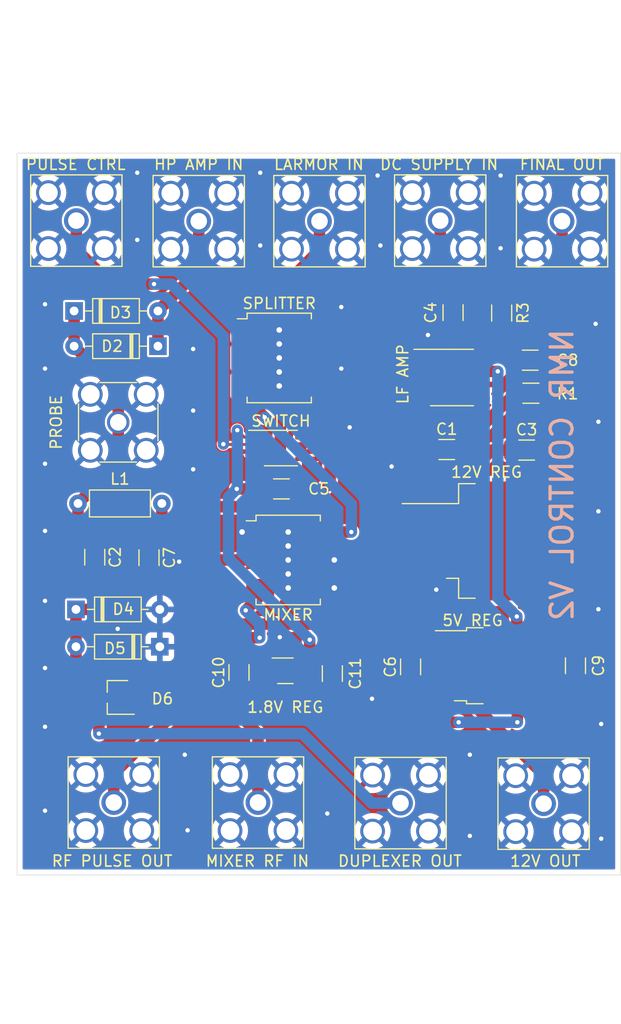
<source format=kicad_pcb>
(kicad_pcb (version 20211014) (generator pcbnew)
  (layers (0 "F.Cu" signal) (31 "B.Cu" signal) (34 "B.Paste" user) (35 "F.Paste" user) (36 "B.SilkS" user "B.Silkscreen") (37 "F.SilkS" user "F.Silkscreen") (38 "B.Mask" user) (39 "F.Mask" user) (44 "Edge.Cuts" user))
  (net 0 "")
  (net 1 "Net-(C1-Pad1)")
  (net 2 "GND")
  (net 3 "Net-(C2-Pad1)")
  (net 4 "Net-(C3-Pad1)")
  (net 5 "Net-(C4-Pad1)")
  (net 6 "Net-(C4-Pad2)")
  (net 7 "Net-(C11-Pad1)")
  (net 8 "Net-(C7-Pad1)")
  (net 9 "Net-(C8-Pad2)")
  (net 10 "Net-(C10-Pad1)")
  (net 11 "Net-(D2-Pad1)")
  (net 12 "Net-(J1-Pad1)")
  (net 13 "Net-(J2-Pad1)")
  (net 14 "Net-(J3-Pad1)")
  (net 15 "Net-(J6-Pad1)")
  (net 16 "Net-(R1-Pad1)")
  (net 18 "Net-(U1-Pad3)")
  (net 19 "Net-(U1-Pad4)")
  (footprint "RF_Mini-Circuits:Mini-Circuits_CD542_LandPatternPL-052" (layer "F.Cu") (at 118.618 103.4804)
    (fp_text reference "MIXER" (at 0 4.9776 180) (layer "F.SilkS"))
    (fp_text value "ADE-6")
    (pad "1" thru_hole circle (at 0 -2.54) (size 1.016 1.016) (drill 0.508) (layers *.Cu) (net 2 "GND"))
    (pad "1" thru_hole circle (at -4.191 -2.54) (size 1.016 1.016) (drill 0.508) (layers *.Cu) (net 2 "GND"))
    (pad "1" smd rect (at 0 0) (size 1.27 6.731) (layers "F.Cu") (net 2 "GND"))
    (pad "1" smd rect (at -2.032 -2.54) (size 5.334 1.651) (layers "F.Cu") (net 2 "GND"))
    (pad "1" smd rect (at -2.54 -2.54) (size 2.54 1.651) (layers "F.Cu" "F.Paste" "F.Mask") (net 2 "GND"))
    (pad "1" thru_hole circle (at 0 2.54) (size 1.016 1.016) (drill 0.508) (layers *.Cu) (net 2 "GND"))
    (pad "1" thru_hole circle (at 0 1.27) (size 1.016 1.016) (drill 0.508) (layers *.Cu) (net 2 "GND"))
    (pad "1" thru_hole circle (at 0 -1.27) (size 1.016 1.016) (drill 0.508) (layers *.Cu) (net 2 "GND"))
    (pad "1" thru_hole circle (at 0 0) (size 1.016 1.016) (drill 0.508) (layers *.Cu) (net 2 "GND"))
    (pad "2" smd rect (at -2.54 0) (size 2.54 1.651) (layers "F.Cu" "F.Paste" "F.Mask") (net 5 "Net-(C4-Pad1)") (clearance 0.635))
    (pad "3" smd rect (at -2.54 2.54) (size 2.54 1.651) (layers "F.Cu" "F.Paste" "F.Mask") (net 14 "Net-(J3-Pad1)") (clearance 0.635))
    (pad "4" thru_hole circle (at 4.191 2.54) (size 1.016 1.016) (drill 0.508) (layers *.Cu) (net 2 "GND"))
    (pad "4" smd rect (at 2.032 1.27) (size 5.334 4.191) (layers "F.Cu") (net 2 "GND"))
    (pad "4" smd rect (at 2.54 2.54) (size 2.54 1.651) (layers "F.Cu" "F.Paste" "F.Mask") (net 2 "GND"))
    (pad "5" smd rect (at 2.54 0) (size 2.54 1.651) (layers "F.Cu" "F.Paste" "F.Mask") (net 2 "GND"))
    (pad "5" thru_hole circle (at 4.191 0) (size 1.016 1.016) (drill 0.508) (layers *.Cu) (net 2 "GND"))
    (pad "6" smd rect (at 2.54 -2.54) (size 2.54 1.651) (layers "F.Cu" "F.Paste" "F.Mask") (net 18 "Net-(U1-Pad3)") (clearance 0.635))
  )
  (footprint "Connector_Coaxial:SMA_Amphenol_132203-12_Horizontal" (layer "F.Cu") (at 121.4628 72.7232)
    (fp_text reference "LARMOR IN" (at -0.0508 -5.1592 180) (layer "F.SilkS"))
    (fp_text value "Conn_Coaxial")
    (pad "1" thru_hole circle (at 0 0) (size 2.25 2.25) (drill 1.5) (layers *.Cu *.Mask) (net 12 "Net-(J1-Pad1)"))
    (pad "2" thru_hole circle (at -2.54 -2.54) (size 2.25 2.25) (drill 1.7) (layers *.Cu *.Mask) (net 2 "GND"))
    (pad "2" thru_hole circle (at -2.54 2.54) (size 2.25 2.25) (drill 1.7) (layers *.Cu *.Mask) (net 2 "GND"))
    (pad "2" thru_hole circle (at 2.54 2.54 90) (size 2.25 2.25) (drill 1.7) (layers *.Cu *.Mask) (net 2 "GND"))
    (pad "2" thru_hole circle (at 2.54 -2.54) (size 2.25 2.25) (drill 1.7) (layers *.Cu *.Mask) (net 2 "GND"))
  )
  (footprint "Diode_THT:D_DO-35_SOD27_P7.62mm_Horizontal" (layer "F.Cu") (at 106.7816 84.074 180)
    (fp_text reference "D2" (at 4.1656 0) (layer "F.SilkS"))
    (fp_text value "1N4148")
    (pad "1" thru_hole rect (at 0 0 180) (size 1.6 1.6) (drill 0.8) (layers *.Cu *.Mask) (net 11 "Net-(D2-Pad1)"))
    (pad "2" thru_hole oval (at 7.62 0 180) (size 1.6 1.6) (drill 0.8) (layers *.Cu *.Mask) (net 3 "Net-(C2-Pad1)"))
  )
  (footprint "Capacitor_SMD:C_1206_3216Metric" (layer "F.Cu") (at 118.0066 97.028 180)
    (fp_text reference "C5" (at -3.4054 0) (layer "F.SilkS"))
    (fp_text value "0.1 uF")
    (pad "1" smd roundrect (at -1.475 0 180) (size 1.15 1.8) (layers "F.Cu" "F.Paste" "F.Mask") (roundrect_rratio 0.2173913043) (net 2 "GND"))
    (pad "2" smd roundrect (at 1.475 0 180) (size 1.15 1.8) (layers "F.Cu" "F.Paste" "F.Mask") (roundrect_rratio 0.2173913043) (net 7 "Net-(C11-Pad1)"))
  )
  (footprint "Connector_Coaxial:SMA_Amphenol_132203-12_Horizontal" (layer "F.Cu") (at 102.7684 125.4984 180)
    (fp_text reference "RF PULSE OUT" (at 0.1524 -5.3116 180) (layer "F.SilkS"))
    (fp_text value "Conn_Coaxial")
    (pad "1" thru_hole circle (at 0 0 180) (size 2.25 2.25) (drill 1.5) (layers *.Cu *.Mask) (net 15 "Net-(J6-Pad1)"))
    (pad "2" thru_hole circle (at -2.54 2.54 180) (size 2.25 2.25) (drill 1.7) (layers *.Cu *.Mask) (net 2 "GND"))
    (pad "2" thru_hole circle (at 2.54 -2.54 180) (size 2.25 2.25) (drill 1.7) (layers *.Cu *.Mask) (net 2 "GND"))
    (pad "2" thru_hole circle (at -2.54 -2.54 180) (size 2.25 2.25) (drill 1.7) (layers *.Cu *.Mask) (net 2 "GND"))
    (pad "2" thru_hole circle (at 2.54 2.54 270) (size 2.25 2.25) (drill 1.7) (layers *.Cu *.Mask) (net 2 "GND"))
  )
  (footprint "Connector_Coaxial:SMA_Amphenol_132291-12_Vertical" (layer "F.Cu") (at 103.1748 90.9836)
    (fp_text reference "PROBE" (at -5.6388 0 90) (layer "F.SilkS"))
    (fp_text value "Conn_Coaxial")
    (pad "1" thru_hole circle (at 0 0) (size 2.05 2.05) (drill 1.5) (layers *.Cu *.Mask) (net 3 "Net-(C2-Pad1)"))
    (pad "2" thru_hole circle (at 2.54 -2.54) (size 2.25 2.25) (drill 1.7) (layers *.Cu *.Mask) (net 2 "GND"))
    (pad "2" thru_hole circle (at -2.54 -2.54) (size 2.25 2.25) (drill 1.7) (layers *.Cu *.Mask) (net 2 "GND"))
    (pad "2" thru_hole circle (at 2.54 2.54) (size 2.25 2.25) (drill 1.7) (layers *.Cu *.Mask) (net 2 "GND"))
    (pad "2" thru_hole circle (at -2.54 2.54) (size 2.25 2.25) (drill 1.7) (layers *.Cu *.Mask) (net 2 "GND"))
  )
  (footprint "Package_SO:SOIC-8_3.9x4.9mm_P1.27mm" (layer "F.Cu") (at 133.5024 86.917)
    (fp_text reference "LF AMP" (at -4.4704 -0.303 90) (layer "F.SilkS"))
    (fp_text value "MAX4462 (8-SOIC)")
    (pad "1" smd roundrect (at -2.475 -1.905) (size 1.95 0.6) (layers "F.Cu" "F.Paste" "F.Mask") (net 16 "Net-(R1-Pad1)"))
    (pad "2" smd roundrect (at -2.475 -0.635) (size 1.95 0.6) (layers "F.Cu" "F.Paste" "F.Mask") (net 2 "GND"))
    (pad "3" smd roundrect (at -2.475 0.635) (size 1.95 0.6) (layers "F.Cu" "F.Paste" "F.Mask") (net 6 "Net-(C4-Pad2)"))
    (pad "4" smd roundrect (at -2.475 1.905) (size 1.95 0.6) (layers "F.Cu" "F.Paste" "F.Mask"))
    (pad "5" smd roundrect (at 2.475 1.905) (size 1.95 0.6) (layers "F.Cu" "F.Paste" "F.Mask"))
    (pad "6" smd roundrect (at 2.475 0.635) (size 1.95 0.6) (layers "F.Cu" "F.Paste" "F.Mask") (net 2 "GND"))
    (pad "7" smd roundrect (at 2.475 -0.635) (size 1.95 0.6) (layers "F.Cu" "F.Paste" "F.Mask") (net 10 "Net-(C10-Pad1)"))
    (pad "8" smd roundrect (at 2.475 -1.905) (size 1.95 0.6) (layers "F.Cu" "F.Paste" "F.Mask") (net 2 "GND"))
  )
  (footprint "Diode_THT:D_DO-35_SOD27_P7.62mm_Horizontal" (layer "F.Cu") (at 99.1616 80.8744)
    (fp_text reference "D3" (at 4.2164 0.1516) (layer "F.SilkS"))
    (fp_text value "1N4148")
    (pad "1" thru_hole rect (at 0 0) (size 1.6 1.6) (drill 0.8) (layers *.Cu *.Mask) (net 3 "Net-(C2-Pad1)"))
    (pad "2" thru_hole oval (at 7.62 0) (size 1.6 1.6) (drill 0.8) (layers *.Cu *.Mask) (net 11 "Net-(D2-Pad1)"))
  )
  (footprint "Capacitor_SMD:C_1206_3216Metric" (layer "F.Cu") (at 140.6126 85.3422)
    (fp_text reference "C8" (at 3.4054 0.0018) (layer "F.SilkS"))
    (fp_text value "C")
    (pad "1" smd roundrect (at -1.475 0) (size 1.15 1.8) (layers "F.Cu" "F.Paste" "F.Mask") (roundrect_rratio 0.2173913043) (net 2 "GND"))
    (pad "2" smd roundrect (at 1.475 0) (size 1.15 1.8) (layers "F.Cu" "F.Paste" "F.Mask") (roundrect_rratio 0.2173913043) (net 9 "Net-(C8-Pad2)"))
  )
  (footprint "Capacitor_SMD:C_1206_3216Metric" (layer "F.Cu") (at 114.1476 113.6912 90)
    (fp_text reference "C10" (at 0 -1.85 90) (layer "F.SilkS"))
    (fp_text value "1 uF")
    (pad "1" smd roundrect (at -1.475 0 90) (size 1.15 1.8) (layers "F.Cu" "F.Paste" "F.Mask") (roundrect_rratio 0.2173913043) (net 10 "Net-(C10-Pad1)"))
    (pad "2" smd roundrect (at 1.475 0 90) (size 1.15 1.8) (layers "F.Cu" "F.Paste" "F.Mask") (roundrect_rratio 0.2173913043) (net 2 "GND"))
  )
  (footprint "Package_TO_SOT_SMD:TSOT-23_HandSoldering" (layer "F.Cu") (at 103.124 115.9772 180)
    (fp_text reference "D6" (at -4.064 -0.1008) (layer "F.SilkS"))
    (fp_text value "D_Schottky_Dual_Series_AKC")
    (pad "1" smd rect (at -1.71 -0.95 180) (size 2 0.65) (layers "F.Cu" "F.Paste" "F.Mask") (net 2 "GND"))
    (pad "2" smd rect (at -1.71 0.95 180) (size 2 0.65) (layers "F.Cu" "F.Paste" "F.Mask") (net 2 "GND"))
    (pad "3" smd rect (at 1.71 0 180) (size 2 0.65) (layers "F.Cu" "F.Paste" "F.Mask") (net 8 "Net-(C7-Pad1)"))
  )
  (footprint "Connector_Coaxial:SMA_Amphenol_132203-12_Horizontal" (layer "F.Cu") (at 99.3648 72.6724)
    (fp_text reference "PULSE CTRL" (at -0.0508 -5.1084 180) (layer "F.SilkS"))
    (fp_text value "Conn_Coaxial")
    (pad "1" thru_hole circle (at 0 0) (size 2.25 2.25) (drill 1.5) (layers *.Cu *.Mask) (net 13 "Net-(J2-Pad1)"))
    (pad "2" thru_hole circle (at 2.54 -2.54) (size 2.25 2.25) (drill 1.7) (layers *.Cu *.Mask) (net 2 "GND"))
    (pad "2" thru_hole circle (at -2.54 -2.54) (size 2.25 2.25) (drill 1.7) (layers *.Cu *.Mask) (net 2 "GND"))
    (pad "2" thru_hole circle (at -2.54 2.54) (size 2.25 2.25) (drill 1.7) (layers *.Cu *.Mask) (net 2 "GND"))
    (pad "2" thru_hole circle (at 2.54 2.54 90) (size 2.25 2.25) (drill 1.7) (layers *.Cu *.Mask) (net 2 "GND"))
  )
  (footprint "Package_TO_SOT_SMD:SOT-353_SC-70-5" (layer "F.Cu") (at 118.364 113.537)
    (fp_text reference "1.8V REG" (at 0 3.303) (layer "F.SilkS"))
    (fp_text value "NCP715-1.8V")
    (pad "1" smd rect (at -0.95 -0.65) (size 0.65 0.4) (layers "F.Cu" "F.Paste" "F.Mask"))
    (pad "2" smd rect (at -0.95 0) (size 0.65 0.4) (layers "F.Cu" "F.Paste" "F.Mask") (net 2 "GND"))
    (pad "3" smd rect (at -0.95 0.65) (size 0.65 0.4) (layers "F.Cu" "F.Paste" "F.Mask"))
    (pad "4" smd rect (at 0.95 0.65) (size 0.65 0.4) (layers "F.Cu" "F.Paste" "F.Mask") (net 10 "Net-(C10-Pad1)"))
    (pad "5" smd rect (at 0.95 -0.65) (size 0.65 0.4) (layers "F.Cu" "F.Paste" "F.Mask") (net 7 "Net-(C11-Pad1)"))
  )
  (footprint "RF_Mini-Circuits:Mini-Circuits_CD636_LandPatternPL-035" (layer "F.Cu") (at 117.8052 85.1416)
    (fp_text reference "SPLITTER" (at 0.004446 -4.953) (layer "F.SilkS"))
    (fp_text value "ADP-2-1W")
    (pad "1" smd rect (at -2.54 -2.54 270) (size 1.651 2.54) (layers "F.Cu" "F.Paste" "F.Mask") (net 12 "Net-(J1-Pad1)") (clearance 0.635))
    (pad "2" smd rect (at -2.54 0 270) (size 1.651 2.54) (layers "F.Cu" "F.Paste" "F.Mask") (clearance 0.635))
    (pad "3" smd rect (at -2.54 2.54 270) (size 1.651 2.54) (layers "F.Cu" "F.Paste" "F.Mask") (net 18 "Net-(U1-Pad3)") (clearance 0.635))
    (pad "4" smd rect (at 2.54 2.54 270) (size 1.651 2.54) (layers "F.Cu" "F.Paste" "F.Mask") (net 19 "Net-(U1-Pad4)") (clearance 0.635))
    (pad "5" smd rect (at 2.54 0 270) (size 1.651 2.54) (layers "F.Cu" "F.Paste" "F.Mask") (clearance 0.635))
    (pad "6" thru_hole circle (at 0 -1.27 270) (size 1.016 1.016) (drill 0.508) (layers *.Cu) (net 2 "GND"))
    (pad "6" thru_hole circle (at 0 0 270) (size 1.016 1.016) (drill 0.508) (layers *.Cu) (net 2 "GND"))
    (pad "6" smd rect (at 0 0 270) (size 6.731 1.27) (layers "F.Cu") (net 2 "GND"))
    (pad "6" smd rect (at 0.9525 -2.54 270) (size 1.651 0.635) (layers "F.Cu") (net 2 "GND"))
    (pad "6" smd rect (at 2.54 -2.54 270) (size 1.651 2.54) (layers "F.Cu" "F.Paste" "F.Mask") (net 2 "GND"))
    (pad "6" thru_hole circle (at 0 1.27 270) (size 1.016 1.016) (drill 0.508) (layers *.Cu) (net 2 "GND"))
    (pad "6" thru_hole circle (at 0 2.54 270) (size 1.016 1.016) (drill 0.508) (layers *.Cu) (net 2 "GND"))
    (pad "6" thru_hole circle (at 0 -2.54 270) (size 1.016 1.016) (drill 0.508) (layers *.Cu) (net 2 "GND"))
  )
  (footprint "Capacitor_SMD:C_1206_3216Metric" (layer "F.Cu") (at 133.604 81.026 -90)
    (fp_text reference "C4" (at 0 2.032 90) (layer "F.SilkS"))
    (fp_text value "C")
    (pad "1" smd roundrect (at -1.475 0 270) (size 1.15 1.8) (layers "F.Cu" "F.Paste" "F.Mask") (roundrect_rratio 0.2173913043) (net 5 "Net-(C4-Pad1)"))
    (pad "2" smd roundrect (at 1.475 0 270) (size 1.15 1.8) (layers "F.Cu" "F.Paste" "F.Mask") (roundrect_rratio 0.2173913043) (net 6 "Net-(C4-Pad2)"))
  )
  (footprint "Connector_Coaxial:SMA_Amphenol_132203-12_Horizontal" (layer "F.Cu") (at 132.4356 72.6724)
    (fp_text reference "DC SUPPLY IN" (at -0.1016 -5.1084 180) (layer "F.SilkS"))
    (fp_text value "Conn_Coaxial")
    (pad "1" thru_hole circle (at 0 0) (size 2.25 2.25) (drill 1.5) (layers *.Cu *.Mask) (net 1 "Net-(C1-Pad1)"))
    (pad "2" thru_hole circle (at 2.54 -2.54) (size 2.25 2.25) (drill 1.7) (layers *.Cu *.Mask) (net 2 "GND"))
    (pad "2" thru_hole circle (at 2.54 2.54 90) (size 2.25 2.25) (drill 1.7) (layers *.Cu *.Mask) (net 2 "GND"))
    (pad "2" thru_hole circle (at -2.54 2.54) (size 2.25 2.25) (drill 1.7) (layers *.Cu *.Mask) (net 2 "GND"))
    (pad "2" thru_hole circle (at -2.54 -2.54) (size 2.25 2.25) (drill 1.7) (layers *.Cu *.Mask) (net 2 "GND"))
  )
  (footprint "Resistor_SMD:R_1206_3216Metric" (layer "F.Cu") (at 138.0236 81.0643 90)
    (fp_text reference "R3" (at 0 1.9304 90) (layer "F.SilkS"))
    (fp_text value "R")
    (pad "1" smd roundrect (at -1.4625 0 90) (size 1.125 1.75) (layers "F.Cu" "F.Paste" "F.Mask") (roundrect_rratio 0.2222222222) (net 6 "Net-(C4-Pad2)"))
    (pad "2" smd roundrect (at 1.4625 0 90) (size 1.125 1.75) (layers "F.Cu" "F.Paste" "F.Mask") (roundrect_rratio 0.2222222222) (net 2 "GND"))
  )
  (footprint "Capacitor_SMD:C_1206_3216Metric" (layer "F.Cu") (at 101.0412 103.2274 -90)
    (fp_text reference "C2" (at 0 -1.85 90) (layer "F.SilkS"))
    (fp_text value "C")
    (pad "1" smd roundrect (at -1.475 0 270) (size 1.15 1.8) (layers "F.Cu" "F.Paste" "F.Mask") (roundrect_rratio 0.2173913043) (net 3 "Net-(C2-Pad1)"))
    (pad "2" smd roundrect (at 1.475 0 270) (size 1.15 1.8) (layers "F.Cu" "F.Paste" "F.Mask") (roundrect_rratio 0.2173913043) (net 2 "GND"))
  )
  (footprint "Connector_Coaxial:SMA_Amphenol_132203-12_Horizontal" (layer "F.Cu") (at 128.8288 125.5492 180)
    (fp_text reference "DUPLEXER OUT" (at 0.0508 -5.2608 180) (layer "F.SilkS"))
    (fp_text value "Conn_Coaxial")
    (pad "1" thru_hole circle (at 0 0 180) (size 2.25 2.25) (drill 1.5) (layers *.Cu *.Mask) (net 8 "Net-(C7-Pad1)"))
    (pad "2" thru_hole circle (at -2.54 2.54 180) (size 2.25 2.25) (drill 1.7) (layers *.Cu *.Mask) (net 2 "GND"))
    (pad "2" thru_hole circle (at 2.54 2.54 270) (size 2.25 2.25) (drill 1.7) (layers *.Cu *.Mask) (net 2 "GND"))
    (pad "2" thru_hole circle (at -2.54 -2.54 180) (size 2.25 2.25) (drill 1.7) (layers *.Cu *.Mask) (net 2 "GND"))
    (pad "2" thru_hole circle (at 2.54 -2.54 180) (size 2.25 2.25) (drill 1.7) (layers *.Cu *.Mask) (net 2 "GND"))
  )
  (footprint "Diode_THT:D_DO-35_SOD27_P7.62mm_Horizontal" (layer "F.Cu") (at 99.3312 107.966)
    (fp_text reference "D4" (at 4.3008 -0.016) (layer "F.SilkS"))
    (fp_text value "1N4148")
    (pad "1" thru_hole rect (at 0 0) (size 1.6 1.6) (drill 0.8) (layers *.Cu *.Mask) (net 8 "Net-(C7-Pad1)"))
    (pad "2" thru_hole oval (at 7.62 0) (size 1.6 1.6) (drill 0.8) (layers *.Cu *.Mask) (net 2 "GND"))
  )
  (footprint "Capacitor_SMD:C_1206_3216Metric" (layer "F.Cu") (at 144.7292 113.0808 90)
    (fp_text reference "C9" (at 0 2.0828 90) (layer "F.SilkS"))
    (fp_text value "10 uF")
    (pad "1" smd roundrect (at -1.475 0 90) (size 1.15 1.8) (layers "F.Cu" "F.Paste" "F.Mask") (roundrect_rratio 0.2173913043) (net 10 "Net-(C10-Pad1)"))
    (pad "2" smd roundrect (at 1.475 0 90) (size 1.15 1.8) (layers "F.Cu" "F.Paste" "F.Mask") (roundrect_rratio 0.2173913043) (net 2 "GND"))
  )
  (footprint "Resistor_SMD:R_1206_3216Metric" (layer "F.Cu") (at 140.6759 88.3412)
    (fp_text reference "R1" (at 3.3421 0.0508) (layer "F.SilkS"))
    (fp_text value "R")
    (pad "1" smd roundrect (at -1.4625 0) (size 1.125 1.75) (layers "F.Cu" "F.Paste" "F.Mask") (roundrect_rratio 0.2222222222) (net 16 "Net-(R1-Pad1)"))
    (pad "2" smd roundrect (at 1.4625 0) (size 1.125 1.75) (layers "F.Cu" "F.Paste" "F.Mask") (roundrect_rratio 0.2222222222) (net 9 "Net-(C8-Pad2)"))
  )
  (footprint "Package_SO:MSOP-8_3x3mm_P0.65mm" (layer "F.Cu") (at 117.9576 93.3196)
    (fp_text reference "SWITCH" (at 0 -2.45) (layer "F.SilkS"))
    (fp_text value "ADG901BRMZ")
    (pad "1" smd roundrect (at -2.1125 -0.975) (size 1.625 0.4) (layers "F.Cu" "F.Paste" "F.Mask") (net 7 "Net-(C11-Pad1)"))
    (pad "2" smd roundrect (at -2.1125 -0.325) (size 1.625 0.4) (layers "F.Cu" "F.Paste" "F.Mask") (net 13 "Net-(J2-Pad1)"))
    (pad "3" smd roundrect (at -2.1125 0.325) (size 1.625 0.4) (layers "F.Cu" "F.Paste" "F.Mask") (net 2 "GND"))
    (pad "4" smd roundrect (at -2.1125 0.975) (size 1.625 0.4) (layers "F.Cu" "F.Paste" "F.Mask") (net 19 "Net-(U1-Pad4)"))
    (pad "5" smd roundrect (at 2.1125 0.975) (size 1.625 0.4) (layers "F.Cu" "F.Paste" "F.Mask") (net 2 "GND"))
    (pad "6" smd roundrect (at 2.1125 0.325) (size 1.625 0.4) (layers "F.Cu" "F.Paste" "F.Mask") (net 2 "GND"))
    (pad "7" smd roundrect (at 2.1125 -0.325) (size 1.625 0.4) (layers "F.Cu" "F.Paste" "F.Mask") (net 2 "GND"))
    (pad "8" smd roundrect (at 2.1125 -0.975) (size 1.625 0.4) (layers "F.Cu" "F.Paste" "F.Mask") (net 15 "Net-(J6-Pad1)"))
  )
  (footprint "Package_TO_SOT_SMD:TO-263-3_TabPin2" (layer "F.Cu") (at 137.0584 101.7524)
    (fp_text reference "12V REG" (at -0.4064 -6.2484) (layer "F.SilkS"))
    (fp_text value "LM7812_TO220")
    (pad "1" smd rect (at -5.775 -2.54) (size 4.6 1.1) (layers "F.Cu" "F.Paste" "F.Mask") (net 1 "Net-(C1-Pad1)"))
    (pad "2" smd rect (at -5.775 0) (size 4.6 1.1) (layers "F.Cu" "F.Paste" "F.Mask") (net 2 "GND"))
    (pad "2" smd rect (at 3.375 0) (size 9.4 10.8) (layers "F.Cu" "F.Mask") (net 2 "GND"))
    (pad "3" smd rect (at -5.775 2.54) (size 4.6 1.1) (layers "F.Cu" "F.Paste" "F.Mask") (net 4 "Net-(C3-Pad1)"))
  )
  (footprint "Capacitor_SMD:C_1206_3216Metric" (layer "F.Cu") (at 133.03 93.453)
    (fp_text reference "C1" (at 0 -1.85) (layer "F.SilkS"))
    (fp_text value "0.33 uF")
    (pad "1" smd roundrect (at -1.475 0) (size 1.15 1.8) (layers "F.Cu" "F.Paste" "F.Mask") (roundrect_rratio 0.2173913043) (net 1 "Net-(C1-Pad1)"))
    (pad "2" smd roundrect (at 1.475 0) (size 1.15 1.8) (layers "F.Cu" "F.Paste" "F.Mask") (roundrect_rratio 0.2173913043) (net 2 "GND"))
  )
  (footprint "Package_TO_SOT_SMD:TO-252-2" (layer "F.Cu") (at 137.2966 113.08)
    (fp_text reference "5V REG" (at -1.9146 -4.114) (layer "F.SilkS"))
    (fp_text value "NCP1117-5.0_TO252")
    (pad "1" smd rect (at -4.2 -2.28) (size 2.2 1.2) (layers "F.Cu" "F.Paste" "F.Mask") (net 2 "GND"))
    (pad "2" smd rect (at 2.1 0) (size 6.4 5.8) (layers "F.Cu" "F.Mask") (net 10 "Net-(C10-Pad1)"))
    (pad "3" smd rect (at -4.2 2.28) (size 2.2 1.2) (layers "F.Cu" "F.Paste" "F.Mask") (net 4 "Net-(C3-Pad1)"))
  )
  (footprint "Capacitor_SMD:C_1206_3216Metric" (layer "F.Cu") (at 105.9688 103.2746 -90)
    (fp_text reference "C7" (at 0 -1.85 90) (layer "F.SilkS"))
    (fp_text value "C")
    (pad "1" smd roundrect (at -1.475 0 270) (size 1.15 1.8) (layers "F.Cu" "F.Paste" "F.Mask") (roundrect_rratio 0.2173913043) (net 8 "Net-(C7-Pad1)"))
    (pad "2" smd roundrect (at 1.475 0 270) (size 1.15 1.8) (layers "F.Cu" "F.Paste" "F.Mask") (roundrect_rratio 0.2173913043) (net 2 "GND"))
  )
  (footprint "Capacitor_SMD:C_1206_3216Metric" (layer "F.Cu") (at 140.2944 93.5038)
    (fp_text reference "C3" (at 0 -1.85) (layer "F.SilkS"))
    (fp_text value "1 uF")
    (pad "1" smd roundrect (at -1.475 0) (size 1.15 1.8) (layers "F.Cu" "F.Paste" "F.Mask") (roundrect_rratio 0.2173913043) (net 4 "Net-(C3-Pad1)"))
    (pad "2" smd roundrect (at 1.475 0) (size 1.15 1.8) (layers "F.Cu" "F.Paste" "F.Mask") (roundrect_rratio 0.2173913043) (net 2 "GND"))
  )
  (footprint "Connector_Coaxial:SMA_Amphenol_132203-12_Horizontal" (layer "F.Cu") (at 141.8336 125.6 180)
    (fp_text reference "12V OUT" (at -0.1524 -5.21 180) (layer "F.SilkS"))
    (fp_text value "Conn_Coaxial")
    (pad "1" thru_hole circle (at 0 0 180) (size 2.25 2.25) (drill 1.5) (layers *.Cu *.Mask) (net 4 "Net-(C3-Pad1)"))
    (pad "2" thru_hole circle (at 2.54 -2.54 180) (size 2.25 2.25) (drill 1.7) (layers *.Cu *.Mask) (net 2 "GND"))
    (pad "2" thru_hole circle (at -2.54 2.54 180) (size 2.25 2.25) (drill 1.7) (layers *.Cu *.Mask) (net 2 "GND"))
    (pad "2" thru_hole circle (at 2.54 2.54 270) (size 2.25 2.25) (drill 1.7) (layers *.Cu *.Mask) (net 2 "GND"))
    (pad "2" thru_hole circle (at -2.54 -2.54 180) (size 2.25 2.25) (drill 1.7) (layers *.Cu *.Mask) (net 2 "GND"))
  )
  (footprint "Capacitor_SMD:C_1206_3216Metric" (layer "F.Cu") (at 129.7432 113.1824 90)
    (fp_text reference "C6" (at 0 -1.85 90) (layer "F.SilkS"))
    (fp_text value "10 uF")
    (pad "1" smd roundrect (at -1.475 0 90) (size 1.15 1.8) (layers "F.Cu" "F.Paste" "F.Mask") (roundrect_rratio 0.2173913043) (net 4 "Net-(C3-Pad1)"))
    (pad "2" smd roundrect (at 1.475 0 90) (size 1.15 1.8) (layers "F.Cu" "F.Paste" "F.Mask") (roundrect_rratio 0.2173913043) (net 2 "GND"))
  )
  (footprint "Inductor_THT:L_Axial_L5.3mm_D2.2mm_P7.62mm_Horizontal_Vishay_IM-1" (layer "F.Cu") (at 99.5172 98.3488)
    (fp_text reference "L1" (at 3.81 -2.22) (layer "F.SilkS"))
    (fp_text value "INDUCTOR")
    (pad "1" thru_hole circle (at 0 0) (size 1.6 1.6) (drill 0.8) (layers *.Cu *.Mask) (net 3 "Net-(C2-Pad1)"))
    (pad "2" thru_hole oval (at 7.62 0) (size 1.6 1.6) (drill 0.8) (layers *.Cu *.Mask) (net 8 "Net-(C7-Pad1)"))
  )
  (footprint "Diode_THT:D_DO-35_SOD27_P7.62mm_Horizontal" (layer "F.Cu") (at 106.9512 111.3536 180)
    (fp_text reference "D5" (at 4.0812 -0.1524) (layer "F.SilkS"))
    (fp_text value "1N4148")
    (pad "1" thru_hole rect (at 0 0 180) (size 1.6 1.6) (drill 0.8) (layers *.Cu *.Mask) (net 2 "GND"))
    (pad "2" thru_hole oval (at 7.62 0 180) (size 1.6 1.6) (drill 0.8) (layers *.Cu *.Mask) (net 8 "Net-(C7-Pad1)"))
  )
  (footprint "Connector_Coaxial:SMA_Amphenol_132203-12_Horizontal" (layer "F.Cu") (at 115.8748 125.4984 180)
    (fp_text reference "MIXER RF IN" (at 0.0508 -5.3116 180) (layer "F.SilkS"))
    (fp_text value "Conn_Coaxial")
    (pad "1" thru_hole circle (at 0 0 180) (size 2.25 2.25) (drill 1.5) (layers *.Cu *.Mask) (net 14 "Net-(J3-Pad1)"))
    (pad "2" thru_hole circle (at 2.54 -2.54 180) (size 2.25 2.25) (drill 1.7) (layers *.Cu *.Mask) (net 2 "GND"))
    (pad "2" thru_hole circle (at -2.54 -2.54 180) (size 2.25 2.25) (drill 1.7) (layers *.Cu *.Mask) (net 2 "GND"))
    (pad "2" thru_hole circle (at 2.54 2.54 270) (size 2.25 2.25) (drill 1.7) (layers *.Cu *.Mask) (net 2 "GND"))
    (pad "2" thru_hole circle (at -2.54 2.54 180) (size 2.25 2.25) (drill 1.7) (layers *.Cu *.Mask) (net 2 "GND"))
  )
  (footprint "Connector_Coaxial:SMA_Amphenol_132203-12_Horizontal" (layer "F.Cu") (at 110.49 72.7232)
    (fp_text reference "HP AMP IN" (at 0 -5.1592 180) (layer "F.SilkS"))
    (fp_text value "Conn_Coaxial")
    (pad "1" thru_hole circle (at 0 0) (size 2.25 2.25) (drill 1.5) (layers *.Cu *.Mask) (net 11 "Net-(D2-Pad1)"))
    (pad "2" thru_hole circle (at 2.54 2.54 90) (size 2.25 2.25) (drill 1.7) (layers *.Cu *.Mask) (net 2 "GND"))
    (pad "2" thru_hole circle (at 2.54 -2.54) (size 2.25 2.25) (drill 1.7) (layers *.Cu *.Mask) (net 2 "GND"))
    (pad "2" thru_hole circle (at -2.54 -2.54) (size 2.25 2.25) (drill 1.7) (layers *.Cu *.Mask) (net 2 "GND"))
    (pad "2" thru_hole circle (at -2.54 2.54) (size 2.25 2.25) (drill 1.7) (layers *.Cu *.Mask) (net 2 "GND"))
  )
  (footprint "Capacitor_SMD:C_1206_3216Metric" (layer "F.Cu") (at 122.6312 113.7928 90)
    (fp_text reference "C11" (at 0 2.0828 90) (layer "F.SilkS"))
    (fp_text value "1 uF")
    (pad "1" smd roundrect (at -1.475 0 90) (size 1.15 1.8) (layers "F.Cu" "F.Paste" "F.Mask") (roundrect_rratio 0.2173913043) (net 7 "Net-(C11-Pad1)"))
    (pad "2" smd roundrect (at 1.475 0 90) (size 1.15 1.8) (layers "F.Cu" "F.Paste" "F.Mask") (roundrect_rratio 0.2173913043) (net 2 "GND"))
  )
  (footprint "Connector_Coaxial:SMA_Amphenol_132203-12_Horizontal" (layer "F.Cu") (at 143.51 72.7232)
    (fp_text reference "FINAL OUT" (at 0 -5.1592 180) (layer "F.SilkS"))
    (fp_text value "Conn_Coaxial")
    (pad "1" thru_hole circle (at 0 0) (size 2.25 2.25) (drill 1.5) (layers *.Cu *.Mask) (net 9 "Net-(C8-Pad2)"))
    (pad "2" thru_hole circle (at 2.54 2.54 90) (size 2.25 2.25) (drill 1.7) (layers *.Cu *.Mask) (net 2 "GND"))
    (pad "2" thru_hole circle (at -2.54 2.54) (size 2.25 2.25) (drill 1.7) (layers *.Cu *.Mask) (net 2 "GND"))
    (pad "2" thru_hole circle (at -2.54 -2.54) (size 2.25 2.25) (drill 1.7) (layers *.Cu *.Mask) (net 2 "GND"))
    (pad "2" thru_hole circle (at 2.54 -2.54) (size 2.25 2.25) (drill 1.7) (layers *.Cu *.Mask) (net 2 "GND"))
  )
  (gr_rect (start 93.98 66.548) (end 148.844 132.08) (layer "Edge.Cuts") (width 0.05) (fill none))
  (gr_text "NMR CONTROL V2" (at 143.51 95.758 90) (layer "B.SilkS") (effects (font (size 2 2) (thickness 0.3)) (justify mirror)))
  (segment (start 135.9916 79.589664) (end 132.4356 76.033664) (width 1.044) (layer "F.Cu") (net 1))
  (segment (start 132.4356 76.033664) (end 132.4356 72.6724) (width 1.044) (layer "F.Cu") (net 1))
  (segment (start 129.5718 93.453) (end 127.6096 91.4908) (width 1.044) (layer "F.Cu") (net 1))
  (segment (start 130.4544 81.026) (end 135.9916 81.026) (width 1.044) (layer "F.Cu") (net 1))
  (segment (start 131.2834 93.7246) (end 131.555 93.453) (width 1.044) (layer "F.Cu") (net 1))
  (segment (start 131.2834 99.2124) (end 131.2834 93.7246) (width 1.044) (layer "F.Cu") (net 1))
  (segment (start 127.6096 91.4908) (end 127.6096 83.8708) (width 1.044) (layer "F.Cu") (net 1))
  (segment (start 135.9916 81.026) (end 135.9916 79.589664) (width 1.044) (layer "F.Cu") (net 1))
  (segment (start 127.6096 83.8708) (end 130.4544 81.026) (width 1.044) (layer "F.Cu") (net 1))
  (segment (start 131.555 93.453) (end 129.5718 93.453) (width 1.044) (layer "F.Cu") (net 1))
  (segment (start 132.32692 84.06692) (end 131.318 83.058) (width 0.25) (layer "F.Cu") (net 2))
  (segment (start 131.0274 86.282) (end 132.158 86.282) (width 0.25) (layer "F.Cu") (net 2))
  (segment (start 132.158 86.282) (end 132.32692 86.11308) (width 0.25) (layer "F.Cu") (net 2))
  (segment (start 132.32692 86.11308) (end 132.32692 84.06692) (width 0.25) (layer "F.Cu") (net 2))
  (via (at 146.812 107.95) (size 0.8) (drill 0.4) (layers "F.Cu" "B.Cu") (net 2))
  (via (at 132.08 106.172) (size 0.8) (drill 0.4) (layers "F.Cu" "B.Cu") (net 2))
  (via (at 128.016 94.996) (size 0.8) (drill 0.4) (layers "F.Cu" "B.Cu") (net 2))
  (via (at 147.066 128.778) (size 0.8) (drill 0.4) (layers "F.Cu" "B.Cu") (net 2))
  (via (at 104.902 68.326) (size 0.8) (drill 0.4) (layers "F.Cu" "B.Cu") (net 2))
  (via (at 137.922 75.184) (size 0.8) (drill 0.4) (layers "F.Cu" "B.Cu") (net 2))
  (via (at 109.982 89.916) (size 0.8) (drill 0.4) (layers "F.Cu" "B.Cu") (net 2))
  (via (at 127 74.93) (size 0.8) (drill 0.4) (layers "F.Cu" "B.Cu") (net 2))
  (via (at 109.22 121.158) (size 0.8) (drill 0.4) (layers "F.Cu" "B.Cu") (net 2))
  (via (at 103.124 109.728) (size 0.8) (drill 0.4) (layers "F.Cu" "B.Cu") (net 2))
  (via (at 123.444 80.518) (size 0.8) (drill 0.4) (layers "F.Cu" "B.Cu") (net 2))
  (via (at 123.444 86.106) (size 0.8) (drill 0.4) (layers "F.Cu" "B.Cu") (net 2))
  (via (at 124.206 91.44) (size 0.8) (drill 0.4) (layers "F.Cu" "B.Cu") (net 2))
  (via (at 147.066 118.364) (size 0.8) (drill 0.4) (layers "F.Cu" "B.Cu") (net 2))
  (via (at 137.922 68.58) (size 0.8) (drill 0.4) (layers "F.Cu" "B.Cu") (net 2))
  (via (at 116.078 68.326) (size 0.8) (drill 0.4) (layers "F.Cu" "B.Cu") (net 2))
  (via (at 126.746 68.58) (size 0.8) (drill 0.4) (layers "F.Cu" "B.Cu") (net 2))
  (via (at 109.982 95.25) (size 0.8) (drill 0.4) (layers "F.Cu" "B.Cu") (net 2))
  (via (at 109.474 128.016) (size 0.8) (drill 0.4) (layers "F.Cu" "B.Cu") (net 2))
  (via (at 146.558 82.042) (size 0.8) (drill 0.4) (layers "F.Cu" "B.Cu") (net 2))
  (via (at 135.128 128.524) (size 0.8) (drill 0.4) (layers "F.Cu" "B.Cu") (net 2))
  (via (at 96.52 86.106) (size 0.8) (drill 0.4) (layers "F.Cu" "B.Cu") (net 2))
  (via (at 146.812 90.932) (size 0.8) (drill 0.4) (layers "F.Cu" "B.Cu") (net 2))
  (via (at 96.52 113.284) (size 0.8) (drill 0.4) (layers "F.Cu" "B.Cu") (net 2))
  (via (at 104.902 74.422) (size 0.8) (drill 0.4) (layers "F.Cu" "B.Cu") (net 2))
  (via (at 108.712 103.632) (size 0.8) (drill 0.4) (layers "F.Cu" "B.Cu") (net 2))
  (via (at 116.078 74.93) (size 0.8) (drill 0.4) (layers "F.Cu" "B.Cu") (net 2))
  (via (at 117.856 110.49) (size 0.8) (drill 0.4) (layers "F.Cu" "B.Cu") (net 2))
  (via (at 96.52 118.618) (size 0.8) (drill 0.4) (layers "F.Cu" "B.Cu") (net 2))
  (via (at 96.52 100.838) (size 0.8) (drill 0.4) (layers "F.Cu" "B.Cu") (net 2))
  (via (at 96.52 107.188) (size 0.8) (drill 0.4) (layers "F.Cu" "B.Cu") (net 2))
  (via (at 122.174 126.492) (size 0.8) (drill 0.4) (layers "F.Cu" "B.Cu") (net 2))
  (via (at 146.812 99.06) (size 0.8) (drill 0.4) (layers "F.Cu" "B.Cu") (net 2))
  (via (at 109.982 84.328) (size 0.8) (drill 0.4) (layers "F.Cu" "B.Cu") (net 2))
  (via (at 135.128 121.158) (size 0.8) (drill 0.4) (layers "F.Cu" "B.Cu") (net 2))
  (via (at 131.318 83.058) (size 0.8) (drill 0.4) (layers "F.Cu" "B.Cu") (net 2))
  (via (at 96.52 126.238) (size 0.8) (drill 0.4) (layers "F.Cu" "B.Cu") (net 2))
  (via (at 96.52 80.264) (size 0.8) (drill 0.4) (layers "F.Cu" "B.Cu") (net 2))
  (via (at 96.52 94.742) (size 0.8) (drill 0.4) (layers "F.Cu" "B.Cu") (net 2))
  (via (at 126.238 116.078) (size 0.8) (drill 0.4) (layers "F.Cu" "B.Cu") (net 2))
  (segment (start 103.1748 94.6912) (end 99.5172 98.3488) (width 1.044) (layer "F.Cu") (net 3))
  (segment (start 99.5172 100.2284) (end 101.0412 101.7524) (width 1.044) (layer "F.Cu") (net 3))
  (segment (start 103.1748 90.9836) (end 103.1748 94.6912) (width 1.044) (layer "F.Cu") (net 3))
  (segment (start 99.5172 98.3488) (end 99.5172 100.2284) (width 1.044) (layer "F.Cu") (net 3))
  (segment (start 99.1616 80.8744) (end 99.1616 84.074) (width 1.044) (layer "F.Cu") (net 3))
  (segment (start 103.1748 90.9836) (end 103.1748 88.0872) (width 1.044) (layer "F.Cu") (net 3))
  (segment (start 103.1748 88.0872) (end 99.1616 84.074) (width 1.044) (layer "F.Cu") (net 3))
  (segment (start 133.036422 104.2924) (end 134.62 102.708822) (width 1.044) (layer "F.Cu") (net 4))
  (segment (start 134.204962 115.36) (end 133.0966 115.36) (width 1.044) (layer "F.Cu") (net 4))
  (segment (start 130.4458 115.36) (end 129.7432 114.6574) (width 1.044) (layer "F.Cu") (net 4))
  (segment (start 128.3734 114.6574) (end 127.4572 113.7412) (width 1.044) (layer "F.Cu") (net 4))
  (segment (start 133.0966 115.36) (end 130.4458 115.36) (width 1.044) (layer "F.Cu") (net 4))
  (segment (start 129.7432 114.6574) (end 128.3734 114.6574) (width 1.044) (layer "F.Cu") (net 4))
  (segment (start 137.138978 93.5038) (end 138.8194 93.5038) (width 1.044) (layer "F.Cu") (net 4))
  (segment (start 141.8336 122.988638) (end 134.204962 115.36) (width 1.044) (layer "F.Cu") (net 4))
  (segment (start 127.4572 113.7412) (end 127.4572 108.1186) (width 1.044) (layer "F.Cu") (net 4))
  (segment (start 127.4572 108.1186) (end 131.2834 104.2924) (width 1.044) (layer "F.Cu") (net 4))
  (segment (start 131.2834 104.2924) (end 133.036422 104.2924) (width 1.044) (layer "F.Cu") (net 4))
  (segment (start 141.8336 125.6) (end 141.8336 122.988638) (width 1.044) (layer "F.Cu") (net 4))
  (segment (start 134.62 102.708822) (end 134.62 96.022778) (width 1.044) (layer "F.Cu") (net 4))
  (segment (start 134.62 96.022778) (end 137.138978 93.5038) (width 1.044) (layer "F.Cu") (net 4))
  (segment (start 126.0856 108.966) (end 126.0856 82.8548) (width 1.044) (layer "F.Cu") (net 5))
  (segment (start 126.0856 82.8548) (end 129.3894 79.551) (width 1.044) (layer "F.Cu") (net 5))
  (segment (start 129.3894 79.551) (end 133.604 79.551) (width 1.044) (layer "F.Cu") (net 5))
  (segment (start 112.5212 103.4804) (end 112.1664 103.8352) (width 1.044) (layer "F.Cu") (net 5))
  (segment (start 112.1664 103.8352) (end 112.1664 108.2548) (width 1.044) (layer "F.Cu") (net 5))
  (segment (start 113.20888 109.29728) (end 125.75432 109.29728) (width 1.044) (layer "F.Cu") (net 5))
  (segment (start 112.1664 108.2548) (end 113.20888 109.29728) (width 1.044) (layer "F.Cu") (net 5))
  (segment (start 125.75432 109.29728) (end 126.0856 108.966) (width 1.044) (layer "F.Cu") (net 5))
  (segment (start 116.078 103.4804) (end 112.5212 103.4804) (width 1.044) (layer "F.Cu") (net 5))
  (segment (start 131.0274 87.552) (end 132.251875 87.552) (width 1.044) (layer "F.Cu") (net 6))
  (segment (start 132.251875 87.552) (end 133.604 86.199875) (width 1.044) (layer "F.Cu") (net 6))
  (segment (start 137.9978 82.501) (end 138.0236 82.5268) (width 1.044) (layer "F.Cu") (net 6))
  (segment (start 133.604 86.199875) (end 133.604 82.501) (width 1.044) (layer "F.Cu") (net 6))
  (segment (start 133.604 82.501) (end 137.9978 82.501) (width 1.044) (layer "F.Cu") (net 6))
  (segment (start 115.8451 92.3446) (end 114.6458 92.3446) (width 0.25) (layer "F.Cu") (net 7))
  (segment (start 114.6458 92.3446) (end 113.9952 91.694) (width 0.25) (layer "F.Cu") (net 7))
  (segment (start 120.2504 112.887) (end 120.5738 113.2104) (width 0.25) (layer "F.Cu") (net 7))
  (segment (start 120.5738 110.7186) (end 120.5738 113.2104) (width 1.044) (layer "F.Cu") (net 7))
  (segment (start 116.5316 97.028) (end 113.9444 97.028) (width 1.044) (layer "F.Cu") (net 7))
  (segment (start 119.314 112.887) (end 120.2504 112.887) (width 0.25) (layer "F.Cu") (net 7))
  (segment (start 120.5738 113.2104) (end 122.6312 115.2678) (width 1.044) (layer "F.Cu") (net 7))
  (via (at 113.9952 91.694) (size 0.8) (drill 0.4) (layers "F.Cu" "B.Cu") (net 7))
  (via (at 113.9444 97.028) (size 0.8) (drill 0.4) (layers "F.Cu" "B.Cu") (net 7))
  (via (at 120.5738 110.7186) (size 0.8) (drill 0.4) (layers "F.Cu" "B.Cu") (net 7))
  (segment (start 113.9444 97.028) (end 113.197489 97.774911) (width 1.044) (layer "B.Cu") (net 7))
  (segment (start 113.9444 97.028) (end 113.9952 96.9772) (width 1.044) (layer "B.Cu") (net 7))
  (segment (start 113.9952 96.9772) (end 113.9952 91.694) (width 1.044) (layer "B.Cu") (net 7))
  (segment (start 113.197489 103.342289) (end 120.5738 110.7186) (width 1.044) (layer "B.Cu") (net 7))
  (segment (start 113.197489 97.774911) (end 113.197489 103.342289) (width 1.044) (layer "B.Cu") (net 7))
  (segment (start 103.5812 102.87) (end 104.6516 101.7996) (width 1.044) (layer "F.Cu") (net 8))
  (segment (start 107.1372 98.3488) (end 107.1372 100.6312) (width 1.044) (layer "F.Cu") (net 8))
  (segment (start 99.3312 113.8944) (end 101.414 115.9772) (width 1.044) (layer "F.Cu") (net 8))
  (segment (start 101.414 115.9772) (end 101.414 119.2448) (width 1.044) (layer "F.Cu") (net 8))
  (segment (start 101.1752 107.966) (end 103.5812 105.56) (width 1.044) (layer "F.Cu") (net 8))
  (segment (start 99.3312 111.3536) (end 99.3312 113.8944) (width 1.044) (layer "F.Cu") (net 8))
  (segment (start 99.3312 111.3536) (end 99.3312 107.966) (width 1.044) (layer "F.Cu") (net 8))
  (segment (start 99.3312 107.966) (end 101.1752 107.966) (width 1.044) (layer "F.Cu") (net 8))
  (segment (start 107.1372 100.6312) (end 105.9688 101.7996) (width 1.044) (layer "F.Cu") (net 8))
  (segment (start 103.5812 105.56) (end 103.5812 102.87) (width 1.044) (layer "F.Cu") (net 8))
  (segment (start 104.6516 101.7996) (end 105.9688 101.7996) (width 1.044) (layer "F.Cu") (net 8))
  (via (at 101.414 119.2448) (size 0.8) (drill 0.4) (layers "F.Cu" "B.Cu") (net 8))
  (segment (start 119.913038 119.2448) (end 126.217438 125.5492) (width 1.044) (layer "B.Cu") (net 8))
  (segment (start 126.217438 125.5492) (end 128.8288 125.5492) (width 1.044) (layer "B.Cu") (net 8))
  (segment (start 101.414 119.2448) (end 119.913038 119.2448) (width 1.044) (layer "B.Cu") (net 8))
  (segment (start 142.1384 85.393) (end 142.0876 85.3422) (width 1.044) (layer "F.Cu") (net 9))
  (segment (start 143.51 83.9198) (end 143.51 72.7232) (width 1.044) (layer "F.Cu") (net 9))
  (segment (start 142.1384 88.3412) (end 142.1384 85.393) (width 1.044) (layer "F.Cu") (net 9))
  (segment (start 142.0876 85.3422) (end 143.51 83.9198) (width 1.044) (layer "F.Cu") (net 9))
  (segment (start 119.314 114.187) (end 119.314 115.431) (width 1.044) (layer "F.Cu") (net 10))
  (segment (start 139.446 113.1294) (end 139.3966 113.08) (width 1.044) (layer "F.Cu") (net 10))
  (segment (start 114.1476 115.1662) (end 118.3348 115.1662) (width 1.044) (layer "F.Cu") (net 10))
  (segment (start 122.0946 118.2116) (end 134.112 118.2116) (width 1.044) (layer "F.Cu") (net 10))
  (segment (start 139.3966 113.08) (end 139.3966 108.609) (width 1.044) (layer "F.Cu") (net 10))
  (segment (start 143.2534 113.08) (end 144.7292 114.5558) (width 1.044) (layer "F.Cu") (net 10))
  (segment (start 136.0554 86.36) (end 135.9774 86.282) (width 1.044) (layer "F.Cu") (net 10))
  (segment (start 139.3966 113.08) (end 143.2534 113.08) (width 1.044) (layer "F.Cu") (net 10))
  (segment (start 137.668 86.36) (end 136.0554 86.36) (width 1.044) (layer "F.Cu") (net 10))
  (segment (start 118.3348 115.1662) (end 119.314 114.187) (width 1.044) (layer "F.Cu") (net 10))
  (segment (start 119.314 115.431) (end 122.0946 118.2116) (width 1.044) (layer "F.Cu") (net 10))
  (segment (start 139.446 118.2116) (end 139.446 113.1294) (width 1.044) (layer "F.Cu") (net 10))
  (via (at 139.446 118.2116) (size 0.8) (drill 0.4) (layers "F.Cu" "B.Cu") (net 10))
  (via (at 137.668 86.36) (size 0.8) (drill 0.4) (layers "F.Cu" "B.Cu") (net 10))
  (via (at 134.112 118.2116) (size 0.8) (drill 0.4) (layers "F.Cu" "B.Cu") (net 10))
  (via (at 139.3966 108.609) (size 0.8) (drill 0.4) (layers "F.Cu" "B.Cu") (net 10))
  (segment (start 137.668 106.8804) (end 137.668 86.36) (width 1.044) (layer "B.Cu") (net 10))
  (segment (start 139.3966 108.609) (end 137.668 106.8804) (width 1.044) (layer "B.Cu") (net 10))
  (segment (start 134.112 118.2116) (end 139.446 118.2116) (width 1.044) (layer "B.Cu") (net 10))
  (segment (start 110.49 77.166) (end 106.7816 80.8744) (width 1.044) (layer "F.Cu") (net 11))
  (segment (start 110.49 72.7232) (end 110.49 77.166) (width 1.044) (layer "F.Cu") (net 11))
  (segment (start 106.7816 80.8744) (end 106.7816 84.074) (width 1.044) (layer "F.Cu") (net 11))
  (segment (start 121.4628 75.334562) (end 115.2652 81.532162) (width 1.044) (layer "F.Cu") (net 12))
  (segment (start 115.2652 81.532162) (end 115.2652 82.6016) (width 1.044) (layer "F.Cu") (net 12))
  (segment (start 121.4628 72.7232) (end 121.4628 75.334562) (width 1.044) (layer "F.Cu") (net 12))
  (segment (start 102.516238 78.4352) (end 106.426 78.4352) (width 1.044) (layer "F.Cu") (net 13))
  (segment (start 115.8451 92.9946) (end 112.7558 92.9946) (width 0.25) (layer "F.Cu") (net 13))
  (segment (start 99.3648 75.283762) (end 102.516238 78.4352) (width 1.044) (layer "F.Cu") (net 13))
  (segment (start 99.3648 72.6724) (end 99.3648 75.283762) (width 1.044) (layer "F.Cu") (net 13))
  (segment (start 112.7558 92.9946) (end 112.7252 92.964) (width 0.25) (layer "F.Cu") (net 13))
  (via (at 106.426 78.4352) (size 0.8) (drill 0.4) (layers "F.Cu" "B.Cu") (net 13))
  (via (at 112.7252 92.964) (size 0.8) (drill 0.4) (layers "F.Cu" "B.Cu") (net 13))
  (segment (start 106.426 78.4352) (end 108.0008 78.4352) (width 1.044) (layer "B.Cu") (net 13))
  (segment (start 112.7252 83.1596) (end 112.7252 92.964) (width 1.044) (layer "B.Cu") (net 13))
  (segment (start 108.0008 78.4352) (end 112.7252 83.1596) (width 1.044) (layer "B.Cu") (net 13))
  (segment (start 115.8748 119.242336) (end 112.2172 115.584736) (width 1.044) (layer "F.Cu") (net 14))
  (segment (start 112.2172 115.584736) (end 112.2172 110.5408) (width 1.044) (layer "F.Cu") (net 14))
  (segment (start 116.078 106.7308) (end 114.7572 108.0516) (width 1.044) (layer "F.Cu") (net 14))
  (segment (start 112.2172 110.5408) (end 116.0272 110.5408) (width 1.044) (layer "F.Cu") (net 14))
  (segment (start 115.8748 125.4984) (end 115.8748 119.242336) (width 1.044) (layer "F.Cu") (net 14))
  (segment (start 116.078 106.0204) (end 116.078 106.7308) (width 1.044) (layer "F.Cu") (net 14))
  (via (at 114.7572 108.0516) (size 0.8) (drill 0.4) (layers "F.Cu" "B.Cu") (net 14))
  (via (at 116.0272 110.5408) (size 0.8) (drill 0.4) (layers "F.Cu" "B.Cu") (net 14))
  (segment (start 116.0272 109.3216) (end 114.7572 108.0516) (width 1.044) (layer "B.Cu") (net 14))
  (segment (start 116.0272 110.5408) (end 116.0272 109.3216) (width 1.044) (layer "B.Cu") (net 14))
  (segment (start 122.428 96.430536) (end 122.428 92.3544) (width 1.044) (layer "F.Cu") (net 15))
  (segment (start 110.7948 114.860638) (end 110.7948 99.4156) (width 1.044) (layer "F.Cu") (net 15))
  (segment (start 121.6562 92.3446) (end 121.666 92.3544) (width 0.25) (layer "F.Cu") (net 15))
  (segment (start 120.209016 98.64952) (end 122.428 96.430536) (width 1.044) (layer "F.Cu") (net 15))
  (segment (start 110.7948 99.4156) (end 111.56088 98.64952) (width 1.044) (layer "F.Cu") (net 15))
  (segment (start 102.7684 122.887038) (end 110.7948 114.860638) (width 1.044) (layer "F.Cu") (net 15))
  (segment (start 111.56088 98.64952) (end 120.209016 98.64952) (width 1.044) (layer "F.Cu") (net 15))
  (segment (start 122.428 92.3544) (end 121.666 92.3544) (width 1.044) (layer "F.Cu") (net 15))
  (segment (start 120.0701 92.3446) (end 121.6562 92.3446) (width 0.25) (layer "F.Cu") (net 15))
  (segment (start 102.7684 125.4984) (end 102.7684 122.887038) (width 1.044) (layer "F.Cu") (net 15))
  (segment (start 129.0828 86.019085) (end 130.089885 85.012) (width 1.044) (layer "F.Cu") (net 16))
  (segment (start 130.4036 91.1352) (end 129.0828 89.8144) (width 1.044) (layer "F.Cu") (net 16))
  (segment (start 139.2134 88.3706) (end 136.4488 91.1352) (width 1.044) (layer "F.Cu") (net 16))
  (segment (start 139.2134 88.3412) (end 139.2134 88.3706) (width 1.044) (layer "F.Cu") (net 16))
  (segment (start 136.4488 91.1352) (end 130.4036 91.1352) (width 1.044) (layer "F.Cu") (net 16))
  (segment (start 130.089885 85.012) (end 131.0274 85.012) (width 1.044) (layer "F.Cu") (net 16))
  (segment (start 129.0828 89.8144) (end 129.0828 86.019085) (width 1.044) (layer "F.Cu") (net 16))
  (segment (start 124.3576 100.9404) (end 124.3584 100.9396) (width 1.044) (layer "F.Cu") (net 18))
  (segment (start 115.2652 87.6816) (end 115.2652 89.3064) (width 1.044) (layer "F.Cu") (net 18))
  (segment (start 115.2652 89.3064) (end 116.4844 90.5256) (width 1.044) (layer "F.Cu") (net 18))
  (segment (start 121.158 100.9404) (end 124.3576 100.9404) (width 1.044) (layer "F.Cu") (net 18))
  (via (at 116.4844 90.5256) (size 0.8) (drill 0.4) (layers "F.Cu" "B.Cu") (net 18))
  (via (at 124.3584 100.9396) (size 0.8) (drill 0.4) (layers "F.Cu" "B.Cu") (net 18))
  (segment (start 116.4844 90.5256) (end 124.3584 98.3996) (width 1.044) (layer "B.Cu") (net 18))
  (segment (start 124.3584 98.3996) (end 124.3584 100.9396) (width 1.044) (layer "B.Cu") (net 18))
  (segment (start 117.7446 94.2946) (end 117.9068 94.1324) (width 0.25) (layer "F.Cu") (net 19))
  (segment (start 120.3452 87.6816) (end 117.9068 90.12) (width 1.044) (layer "F.Cu") (net 19))
  (segment (start 115.8451 94.2946) (end 117.7446 94.2946) (width 0.25) (layer "F.Cu") (net 19))
  (segment (start 117.9068 90.12) (end 117.9068 94.1324) (width 1.044) (layer "F.Cu") (net 19))
  (zone (net 2) (net_name "GND") (layer "F.Cu") (connect_pads (clearance 0.2)) (min_thickness 0.254) (fill yes (thermal_gap 0.508) (thermal_bridge_width 0.508))
    (polygon (pts (xy 148.336 131.572) (xy 94.488 131.572) (xy 94.488 67.056) (xy 148.336 67.056)))
  )
  (zone (net 2) (net_name "GND") (layer "B.Cu") (connect_pads (clearance 0.2)) (min_thickness 0.254) (fill yes (thermal_gap 0.508) (thermal_bridge_width 0.508))
    (polygon (pts (xy 148.336 131.572) (xy 94.488 131.572) (xy 94.488 67.056) (xy 148.336 67.056)))
  )
)
</source>
